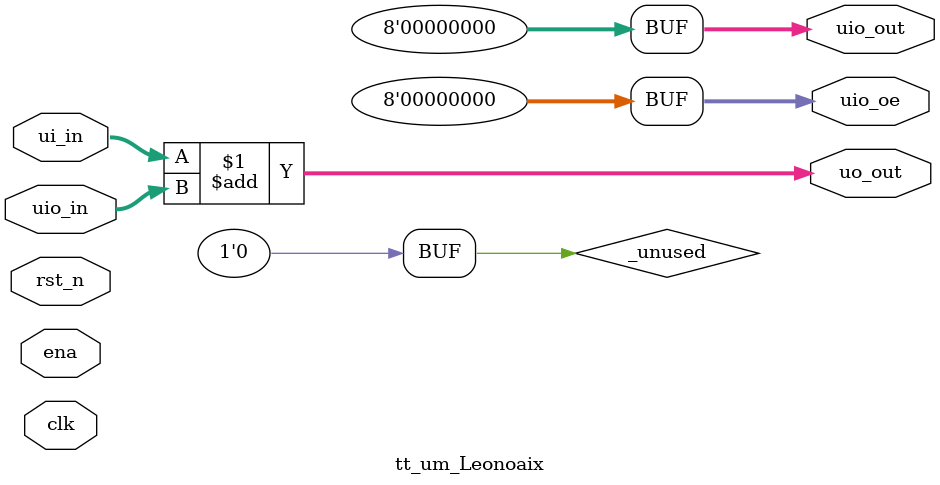
<source format=v>
/*
 * Copyright (c) 2024 Lingfeng Xiao
 * SPDX-License-Identifier: Apache-2.0
 */

`default_nettype none

module tt_um_Leonoaix(
    input  wire [7:0] ui_in,    // Dedicated inputs
    output wire [7:0] uo_out,   // Dedicated outputs
    input  wire [7:0] uio_in,   // IOs: Input path
    output wire [7:0] uio_out,  // IOs: Output path
    output wire [7:0] uio_oe,   // IOs: Enable path (active high: 0=input, 1=output)
    input  wire       ena,      // always 1 when the design is powered, so you can ignore it
    input  wire       clk,      // clock
    input  wire       rst_n     // reset_n - low to reset
);

  // All output pins must be assigned. If not used, assign to 0.
  assign uo_out  = ui_in + uio_in;  // Example: ou_out is the sum of ui_in and uio_in
  assign uio_out = 0;
  assign uio_oe  = 0;

  // List all unused inputs to prevent warnings
  wire _unused = &{ena, clk, rst_n, 1'b0};

endmodule

</source>
